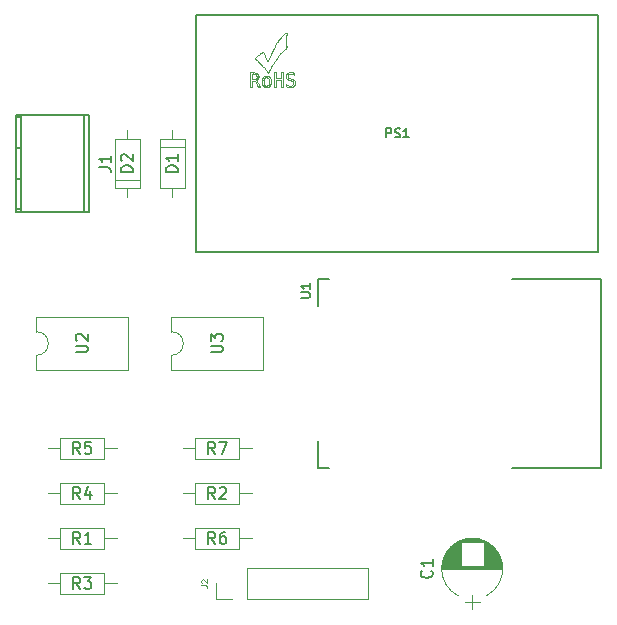
<source format=gbr>
G04 #@! TF.GenerationSoftware,KiCad,Pcbnew,(5.1.7-0-10_14)*
G04 #@! TF.CreationDate,2020-11-17T17:39:49+01:00*
G04 #@! TF.ProjectId,Pilot_Wire_v1,50696c6f-745f-4576-9972-655f76312e6b,1.0*
G04 #@! TF.SameCoordinates,Original*
G04 #@! TF.FileFunction,Legend,Top*
G04 #@! TF.FilePolarity,Positive*
%FSLAX46Y46*%
G04 Gerber Fmt 4.6, Leading zero omitted, Abs format (unit mm)*
G04 Created by KiCad (PCBNEW (5.1.7-0-10_14)) date 2020-11-17 17:39:49*
%MOMM*%
%LPD*%
G01*
G04 APERTURE LIST*
%ADD10C,0.073660*%
%ADD11C,0.120000*%
%ADD12C,0.152400*%
%ADD13C,0.130000*%
%ADD14C,0.127000*%
%ADD15C,0.150000*%
%ADD16C,0.100000*%
G04 APERTURE END LIST*
D10*
X137589260Y-31630620D02*
X137548620Y-31579820D01*
X137548620Y-31579820D02*
X137487660Y-31480760D01*
X137487660Y-31480760D02*
X137429240Y-31399480D01*
X137429240Y-31399480D02*
X137388600Y-31341060D01*
X137388600Y-31341060D02*
X137358120Y-31310580D01*
X137358120Y-31310580D02*
X137299700Y-31219140D01*
X137299700Y-31219140D02*
X137269220Y-31201360D01*
X137269220Y-31201360D02*
X137248900Y-31170880D01*
X137248900Y-31170880D02*
X137167620Y-31089600D01*
X137167620Y-31089600D02*
X137160000Y-31069280D01*
X137160000Y-31069280D02*
X137139680Y-31059120D01*
X137139680Y-31059120D02*
X137129520Y-31041340D01*
X137129520Y-31041340D02*
X137109200Y-31021020D01*
X137109200Y-31021020D02*
X137088880Y-31010860D01*
X137088880Y-31010860D02*
X137048240Y-30970220D01*
X137048240Y-30970220D02*
X137017760Y-30949900D01*
X137017760Y-30949900D02*
X136999980Y-30929580D01*
X136999980Y-30929580D02*
X136979660Y-30899100D01*
X136979660Y-30899100D02*
X136949180Y-30881320D01*
X136949180Y-30881320D02*
X136908540Y-30840680D01*
X136908540Y-30840680D02*
X136878060Y-30820360D01*
X136878060Y-30820360D02*
X136839960Y-30779720D01*
X136839960Y-30779720D02*
X136789160Y-30739080D01*
X136789160Y-30739080D02*
X136679940Y-30629860D01*
X136679940Y-30629860D02*
X136649460Y-30609540D01*
X136649460Y-30609540D02*
X136598660Y-30561280D01*
X136598660Y-30561280D02*
X136578340Y-30551120D01*
X136578340Y-30551120D02*
X136547860Y-30520640D01*
X136547860Y-30520640D02*
X136537700Y-30500320D01*
X136537700Y-30500320D02*
X136527540Y-30500320D01*
X136527540Y-30500320D02*
X136519920Y-30490160D01*
X136519920Y-30490160D02*
X136519920Y-30480000D01*
X136519920Y-30480000D02*
X136509760Y-30480000D01*
X136509760Y-30480000D02*
X136509760Y-30469840D01*
X136509760Y-30469840D02*
X136519920Y-30469840D01*
X136519920Y-30469840D02*
X136519920Y-30459680D01*
X136519920Y-30459680D02*
X136618980Y-30360620D01*
X136618980Y-30360620D02*
X136649460Y-30340300D01*
X136649460Y-30340300D02*
X136679940Y-30309820D01*
X136679940Y-30309820D02*
X136718040Y-30279340D01*
X136718040Y-30279340D02*
X136748520Y-30251400D01*
X136748520Y-30251400D02*
X136829800Y-30190440D01*
X136829800Y-30190440D02*
X136878060Y-30149800D01*
X136878060Y-30149800D02*
X136959340Y-30091380D01*
X136959340Y-30091380D02*
X136989820Y-30060900D01*
X136989820Y-30060900D02*
X137017760Y-30040580D01*
X137017760Y-30040580D02*
X137038080Y-30020260D01*
X137038080Y-30020260D02*
X137068560Y-29999940D01*
X137068560Y-29999940D02*
X137109200Y-29979620D01*
X137109200Y-29979620D02*
X137119360Y-29969460D01*
X137119360Y-29969460D02*
X137139680Y-29959300D01*
X137139680Y-29959300D02*
X137149840Y-29949140D01*
X137149840Y-29949140D02*
X137160000Y-29949140D01*
X137160000Y-29949140D02*
X137167620Y-29941520D01*
X137167620Y-29941520D02*
X137187940Y-29941520D01*
X137187940Y-29941520D02*
X137198100Y-29931360D01*
X137198100Y-29931360D02*
X137238740Y-29931360D01*
X137238740Y-29931360D02*
X137279380Y-30040580D01*
X137279380Y-30040580D02*
X137317480Y-30119320D01*
X137317480Y-30119320D02*
X137358120Y-30220920D01*
X137358120Y-30220920D02*
X137378440Y-30259020D01*
X137378440Y-30259020D02*
X137398760Y-30309820D01*
X137398760Y-30309820D02*
X137419080Y-30350460D01*
X137419080Y-30350460D02*
X137439400Y-30401260D01*
X137439400Y-30401260D02*
X137459720Y-30439360D01*
X137459720Y-30439360D02*
X137477500Y-30469840D01*
X137477500Y-30469840D02*
X137497820Y-30510480D01*
X137497820Y-30510480D02*
X137518140Y-30571440D01*
X137518140Y-30571440D02*
X137528300Y-30589220D01*
X137528300Y-30589220D02*
X137548620Y-30609540D01*
X137548620Y-30609540D02*
X137548620Y-30619700D01*
X137548620Y-30619700D02*
X137558780Y-30629860D01*
X137558780Y-30629860D02*
X137558780Y-30640020D01*
X137558780Y-30640020D02*
X137568940Y-30640020D01*
X137568940Y-30640020D02*
X137568940Y-30650180D01*
X137568940Y-30650180D02*
X137579100Y-30650180D01*
X137579100Y-30650180D02*
X137589260Y-30660340D01*
X137589260Y-30660340D02*
X137637520Y-30660340D01*
X137637520Y-30660340D02*
X137637520Y-30650180D01*
X137637520Y-30650180D02*
X137657840Y-30629860D01*
X137657840Y-30629860D02*
X137698480Y-30551120D01*
X137698480Y-30551120D02*
X137718800Y-30520640D01*
X137718800Y-30520640D02*
X137728960Y-30490160D01*
X137728960Y-30490160D02*
X137749280Y-30449520D01*
X137749280Y-30449520D02*
X137769600Y-30419040D01*
X137769600Y-30419040D02*
X137789920Y-30380940D01*
X137789920Y-30380940D02*
X137797540Y-30340300D01*
X137797540Y-30340300D02*
X137899140Y-30139640D01*
X137899140Y-30139640D02*
X137939780Y-30040580D01*
X137939780Y-30040580D02*
X137967720Y-29989780D01*
X137967720Y-29989780D02*
X137988040Y-29941520D01*
X137988040Y-29941520D02*
X138018520Y-29880560D01*
X138018520Y-29880560D02*
X138049000Y-29829760D01*
X138049000Y-29829760D02*
X138079480Y-29771340D01*
X138079480Y-29771340D02*
X138099800Y-29720540D01*
X138099800Y-29720540D02*
X138127740Y-29669740D01*
X138127740Y-29669740D02*
X138158220Y-29611320D01*
X138158220Y-29611320D02*
X138178540Y-29560520D01*
X138178540Y-29560520D02*
X138209020Y-29519880D01*
X138209020Y-29519880D02*
X138229340Y-29469080D01*
X138229340Y-29469080D02*
X138259820Y-29430980D01*
X138259820Y-29430980D02*
X138277600Y-29380180D01*
X138277600Y-29380180D02*
X138430000Y-29131260D01*
X138430000Y-29131260D02*
X138457940Y-29090620D01*
X138457940Y-29090620D02*
X138518900Y-28989020D01*
X138518900Y-28989020D02*
X138607800Y-28869640D01*
X138607800Y-28869640D02*
X138628120Y-28829000D01*
X138628120Y-28829000D02*
X138658600Y-28801060D01*
X138658600Y-28801060D02*
X138699240Y-28740100D01*
X138699240Y-28740100D02*
X138729720Y-28709620D01*
X138729720Y-28709620D02*
X138757660Y-28671520D01*
X138757660Y-28671520D02*
X138907520Y-28519120D01*
X138907520Y-28519120D02*
X138948160Y-28491180D01*
X138948160Y-28491180D02*
X138978640Y-28450540D01*
X138978640Y-28450540D02*
X139019280Y-28420060D01*
X139019280Y-28420060D02*
X139077700Y-28359100D01*
X139077700Y-28359100D02*
X139138660Y-28321000D01*
X139138660Y-28321000D02*
X139148820Y-28310840D01*
X139148820Y-28310840D02*
X139169140Y-28310840D01*
X139169140Y-28310840D02*
X139169140Y-28321000D01*
X139169140Y-28321000D02*
X139148820Y-28321000D01*
X139148820Y-28321000D02*
X139148820Y-28331160D01*
X139148820Y-28331160D02*
X139138660Y-28331160D01*
X139138660Y-28331160D02*
X139128500Y-28341320D01*
X139128500Y-28341320D02*
X139118340Y-28341320D01*
X139118340Y-28341320D02*
X139148820Y-28310840D01*
X139148820Y-28310840D02*
X139179300Y-28300680D01*
X139179300Y-28300680D02*
X139199620Y-28310840D01*
X139199620Y-28310840D02*
X139209780Y-28331160D01*
X139209780Y-28331160D02*
X139219940Y-28359100D01*
X139219940Y-28359100D02*
X139219940Y-28470860D01*
X139219940Y-28470860D02*
X139209780Y-28539440D01*
X139209780Y-28539440D02*
X139209780Y-28630880D01*
X139209780Y-28630880D02*
X139199620Y-28709620D01*
X139199620Y-28709620D02*
X139189460Y-28811220D01*
X139189460Y-28811220D02*
X139189460Y-29141420D01*
X139189460Y-29141420D02*
X139209780Y-29380180D01*
X139209780Y-29380180D02*
X139209780Y-29410660D01*
X139209780Y-29410660D02*
X139219940Y-29451300D01*
X139219940Y-29451300D02*
X139219940Y-29519880D01*
X139219940Y-29519880D02*
X139209780Y-29540200D01*
X139209780Y-29540200D02*
X139209780Y-29570680D01*
X139209780Y-29570680D02*
X139199620Y-29591000D01*
X139199620Y-29591000D02*
X139179300Y-29611320D01*
X139179300Y-29611320D02*
X139179300Y-29621480D01*
X139179300Y-29621480D02*
X139158980Y-29629100D01*
X139158980Y-29629100D02*
X139138660Y-29649420D01*
X139138660Y-29649420D02*
X139118340Y-29659580D01*
X139118340Y-29659580D02*
X139077700Y-29700220D01*
X139077700Y-29700220D02*
X139029440Y-29740860D01*
X139029440Y-29740860D02*
X138948160Y-29819600D01*
X138948160Y-29819600D02*
X138907520Y-29850080D01*
X138907520Y-29850080D02*
X138838940Y-29921200D01*
X138838940Y-29921200D02*
X138808460Y-29959300D01*
X138808460Y-29959300D02*
X138767820Y-29989780D01*
X138767820Y-29989780D02*
X138739880Y-30030420D01*
X138739880Y-30030420D02*
X138709400Y-30060900D01*
X138709400Y-30060900D02*
X138648440Y-30139640D01*
X138648440Y-30139640D02*
X138607800Y-30180280D01*
X138607800Y-30180280D02*
X138579860Y-30231080D01*
X138579860Y-30231080D02*
X138539220Y-30279340D01*
X138539220Y-30279340D02*
X138478260Y-30360620D01*
X138478260Y-30360620D02*
X138419840Y-30449520D01*
X138419840Y-30449520D02*
X138297920Y-30609540D01*
X138297920Y-30609540D02*
X138249660Y-30690820D01*
X138249660Y-30690820D02*
X138198860Y-30759400D01*
X138198860Y-30759400D02*
X138148060Y-30840680D01*
X138148060Y-30840680D02*
X138049000Y-30980380D01*
X138049000Y-30980380D02*
X138008360Y-31059120D01*
X138008360Y-31059120D02*
X137929620Y-31201360D01*
X137929620Y-31201360D02*
X137888980Y-31280100D01*
X137888980Y-31280100D02*
X137848340Y-31351220D01*
X137848340Y-31351220D02*
X137769600Y-31511240D01*
X137769600Y-31511240D02*
X137759440Y-31521400D01*
X137759440Y-31521400D02*
X137759440Y-31539180D01*
X137759440Y-31539180D02*
X137749280Y-31549340D01*
X137749280Y-31549340D02*
X137739120Y-31569660D01*
X137739120Y-31569660D02*
X137728960Y-31579820D01*
X137728960Y-31579820D02*
X137728960Y-31600140D01*
X137728960Y-31600140D02*
X137708640Y-31620460D01*
X137708640Y-31620460D02*
X137708640Y-31630620D01*
X137708640Y-31630620D02*
X137698480Y-31640780D01*
X137698480Y-31640780D02*
X137698480Y-31650940D01*
X137698480Y-31650940D02*
X137688320Y-31661100D01*
X137688320Y-31661100D02*
X137688320Y-31671260D01*
X137688320Y-31671260D02*
X137678160Y-31681420D01*
X137678160Y-31681420D02*
X137678160Y-31689040D01*
X137678160Y-31689040D02*
X137668000Y-31689040D01*
X137668000Y-31689040D02*
X137668000Y-31699200D01*
X137668000Y-31699200D02*
X137637520Y-31699200D01*
X137637520Y-31699200D02*
X137599420Y-31661100D01*
X137599420Y-31661100D02*
X137599420Y-31650940D01*
X137599420Y-31650940D02*
X137589260Y-31630620D01*
X136377680Y-31671260D02*
X136329420Y-31671260D01*
X136329420Y-31671260D02*
X136098280Y-31661100D01*
X136098280Y-31661100D02*
X136098280Y-32890460D01*
X136098280Y-32890460D02*
X136268460Y-32890460D01*
X136268460Y-32890460D02*
X136268460Y-32369760D01*
X136268460Y-32369760D02*
X136458960Y-32369760D01*
X136458960Y-32369760D02*
X136479280Y-32379920D01*
X136479280Y-32379920D02*
X136499600Y-32379920D01*
X136499600Y-32379920D02*
X136519920Y-32390080D01*
X136519920Y-32390080D02*
X136527540Y-32390080D01*
X136527540Y-32390080D02*
X136547860Y-32400240D01*
X136547860Y-32400240D02*
X136618980Y-32471360D01*
X136618980Y-32471360D02*
X136618980Y-32481520D01*
X136618980Y-32481520D02*
X136639300Y-32499300D01*
X136639300Y-32499300D02*
X136639300Y-32509460D01*
X136639300Y-32509460D02*
X136649460Y-32529780D01*
X136649460Y-32529780D02*
X136659620Y-32539940D01*
X136659620Y-32539940D02*
X136659620Y-32560260D01*
X136659620Y-32560260D02*
X136669780Y-32570420D01*
X136669780Y-32570420D02*
X136707880Y-32649160D01*
X136707880Y-32649160D02*
X136718040Y-32659320D01*
X136718040Y-32659320D02*
X136738360Y-32699960D01*
X136738360Y-32699960D02*
X136829800Y-32890460D01*
X136829800Y-32890460D02*
X136999980Y-32890460D01*
X136999980Y-32890460D02*
X136908540Y-32730440D01*
X136908540Y-32730440D02*
X136878060Y-32669480D01*
X136878060Y-32669480D02*
X136839960Y-32570420D01*
X136839960Y-32570420D02*
X136819640Y-32529780D01*
X136819640Y-32529780D02*
X136758680Y-32440880D01*
X136758680Y-32440880D02*
X136738360Y-32400240D01*
X136738360Y-32400240D02*
X136718040Y-32390080D01*
X136718040Y-32390080D02*
X136707880Y-32369760D01*
X136707880Y-32369760D02*
X136687560Y-32349440D01*
X136687560Y-32349440D02*
X136679940Y-32349440D01*
X136679940Y-32349440D02*
X136659620Y-32339280D01*
X136659620Y-32339280D02*
X136649460Y-32329120D01*
X136649460Y-32329120D02*
X136608820Y-32311340D01*
X136608820Y-32311340D02*
X136649460Y-32301180D01*
X136649460Y-32301180D02*
X136669780Y-32291020D01*
X136669780Y-32291020D02*
X136697720Y-32280860D01*
X136697720Y-32280860D02*
X136738360Y-32260540D01*
X136738360Y-32260540D02*
X136758680Y-32240220D01*
X136758680Y-32240220D02*
X136779000Y-32230060D01*
X136779000Y-32230060D02*
X136799320Y-32209740D01*
X136799320Y-32209740D02*
X136809480Y-32189420D01*
X136809480Y-32189420D02*
X136829800Y-32169100D01*
X136829800Y-32169100D02*
X136839960Y-32141160D01*
X136839960Y-32141160D02*
X136839960Y-32120840D01*
X136839960Y-32120840D02*
X136847580Y-32090360D01*
X136847580Y-32090360D02*
X136847580Y-32070040D01*
X136847580Y-32070040D02*
X136857740Y-32039560D01*
X136857740Y-32039560D02*
X136857740Y-31981140D01*
X136857740Y-31981140D02*
X136679940Y-31981140D01*
X136679940Y-31981140D02*
X136679940Y-32009080D01*
X136679940Y-32009080D02*
X136687560Y-32019240D01*
X136687560Y-32019240D02*
X136687560Y-32059880D01*
X136687560Y-32059880D02*
X136679940Y-32070040D01*
X136679940Y-32070040D02*
X136679940Y-32120840D01*
X136679940Y-32120840D02*
X136669780Y-32131000D01*
X136669780Y-32131000D02*
X136669780Y-32141160D01*
X136669780Y-32141160D02*
X136649460Y-32161480D01*
X136649460Y-32161480D02*
X136649460Y-32169100D01*
X136649460Y-32169100D02*
X136639300Y-32179260D01*
X136639300Y-32179260D02*
X136629140Y-32179260D01*
X136629140Y-32179260D02*
X136618980Y-32189420D01*
X136618980Y-32189420D02*
X136618980Y-32199580D01*
X136618980Y-32199580D02*
X136608820Y-32199580D01*
X136608820Y-32199580D02*
X136598660Y-32209740D01*
X136598660Y-32209740D02*
X136588500Y-32209740D01*
X136588500Y-32209740D02*
X136578340Y-32219900D01*
X136578340Y-32219900D02*
X136558020Y-32219900D01*
X136558020Y-32219900D02*
X136547860Y-32230060D01*
X136547860Y-32230060D02*
X136509760Y-32230060D01*
X136509760Y-32230060D02*
X136499600Y-32240220D01*
X136499600Y-32240220D02*
X136268460Y-32240220D01*
X136268460Y-32240220D02*
X136268460Y-31800800D01*
X136268460Y-31800800D02*
X136377680Y-31800800D01*
X136377680Y-31800800D02*
X136377680Y-31671260D01*
X136377680Y-31671260D02*
X136377680Y-31800800D01*
X136377680Y-31800800D02*
X136519920Y-31800800D01*
X136519920Y-31800800D02*
X136527540Y-31810960D01*
X136527540Y-31810960D02*
X136547860Y-31810960D01*
X136547860Y-31810960D02*
X136558020Y-31821120D01*
X136558020Y-31821120D02*
X136578340Y-31821120D01*
X136578340Y-31821120D02*
X136598660Y-31841440D01*
X136598660Y-31841440D02*
X136608820Y-31841440D01*
X136608820Y-31841440D02*
X136649460Y-31879540D01*
X136649460Y-31879540D02*
X136649460Y-31889700D01*
X136649460Y-31889700D02*
X136659620Y-31899860D01*
X136659620Y-31899860D02*
X136669780Y-31899860D01*
X136669780Y-31899860D02*
X136669780Y-31940500D01*
X136669780Y-31940500D02*
X136679940Y-31950660D01*
X136679940Y-31950660D02*
X136679940Y-31981140D01*
X136679940Y-31981140D02*
X136857740Y-31981140D01*
X136857740Y-31981140D02*
X136857740Y-31960820D01*
X136857740Y-31960820D02*
X136847580Y-31940500D01*
X136847580Y-31940500D02*
X136847580Y-31920180D01*
X136847580Y-31920180D02*
X136839960Y-31899860D01*
X136839960Y-31899860D02*
X136839960Y-31879540D01*
X136839960Y-31879540D02*
X136829800Y-31859220D01*
X136829800Y-31859220D02*
X136819640Y-31849060D01*
X136819640Y-31849060D02*
X136799320Y-31810960D01*
X136799320Y-31810960D02*
X136789160Y-31800800D01*
X136789160Y-31800800D02*
X136779000Y-31780480D01*
X136779000Y-31780480D02*
X136758680Y-31770320D01*
X136758680Y-31770320D02*
X136718040Y-31729680D01*
X136718040Y-31729680D02*
X136697720Y-31719520D01*
X136697720Y-31719520D02*
X136687560Y-31709360D01*
X136687560Y-31709360D02*
X136669780Y-31709360D01*
X136669780Y-31709360D02*
X136659620Y-31699200D01*
X136659620Y-31699200D02*
X136649460Y-31699200D01*
X136649460Y-31699200D02*
X136629140Y-31689040D01*
X136629140Y-31689040D02*
X136598660Y-31689040D01*
X136598660Y-31689040D02*
X136588500Y-31681420D01*
X136588500Y-31681420D02*
X136519920Y-31681420D01*
X136519920Y-31681420D02*
X136489440Y-31671260D01*
X136489440Y-31671260D02*
X136377680Y-31671260D01*
X137129520Y-32311340D02*
X137129520Y-32349440D01*
X137129520Y-32349440D02*
X137119360Y-32359600D01*
X137119360Y-32359600D02*
X137119360Y-32499300D01*
X137119360Y-32499300D02*
X137129520Y-32529780D01*
X137129520Y-32529780D02*
X137129520Y-32580580D01*
X137129520Y-32580580D02*
X137139680Y-32611060D01*
X137139680Y-32611060D02*
X137139680Y-32631380D01*
X137139680Y-32631380D02*
X137149840Y-32649160D01*
X137149840Y-32649160D02*
X137149840Y-32669480D01*
X137149840Y-32669480D02*
X137167620Y-32710120D01*
X137167620Y-32710120D02*
X137177780Y-32720280D01*
X137177780Y-32720280D02*
X137198100Y-32760920D01*
X137198100Y-32760920D02*
X137208260Y-32771080D01*
X137208260Y-32771080D02*
X137218420Y-32791400D01*
X137218420Y-32791400D02*
X137269220Y-32839660D01*
X137269220Y-32839660D02*
X137279380Y-32839660D01*
X137279380Y-32839660D02*
X137279380Y-32849820D01*
X137279380Y-32849820D02*
X137289540Y-32849820D01*
X137289540Y-32849820D02*
X137299700Y-32859980D01*
X137299700Y-32859980D02*
X137309860Y-32859980D01*
X137309860Y-32859980D02*
X137317480Y-32870140D01*
X137317480Y-32870140D02*
X137327640Y-32870140D01*
X137327640Y-32870140D02*
X137327640Y-32880300D01*
X137327640Y-32880300D02*
X137337800Y-32880300D01*
X137337800Y-32880300D02*
X137347960Y-32890460D01*
X137347960Y-32890460D02*
X137378440Y-32890460D01*
X137378440Y-32890460D02*
X137388600Y-32900620D01*
X137388600Y-32900620D02*
X137419080Y-32900620D01*
X137419080Y-32900620D02*
X137439400Y-32910780D01*
X137439400Y-32910780D02*
X137568940Y-32910780D01*
X137568940Y-32910780D02*
X137589260Y-32900620D01*
X137589260Y-32900620D02*
X137619740Y-32900620D01*
X137619740Y-32900620D02*
X137637520Y-32890460D01*
X137637520Y-32890460D02*
X137668000Y-32890460D01*
X137668000Y-32890460D02*
X137698480Y-32870140D01*
X137698480Y-32870140D02*
X137739120Y-32849820D01*
X137739120Y-32849820D02*
X137759440Y-32829500D01*
X137759440Y-32829500D02*
X137779760Y-32819340D01*
X137779760Y-32819340D02*
X137797540Y-32799020D01*
X137797540Y-32799020D02*
X137807700Y-32781240D01*
X137807700Y-32781240D02*
X137828020Y-32760920D01*
X137828020Y-32760920D02*
X137838180Y-32730440D01*
X137838180Y-32730440D02*
X137848340Y-32710120D01*
X137848340Y-32710120D02*
X137899140Y-32560260D01*
X137899140Y-32560260D02*
X137899140Y-32471360D01*
X137899140Y-32471360D02*
X137909300Y-32451040D01*
X137909300Y-32451040D02*
X137909300Y-32420560D01*
X137909300Y-32420560D02*
X137899140Y-32400240D01*
X137899140Y-32400240D02*
X137899140Y-32321500D01*
X137899140Y-32321500D02*
X137888980Y-32291020D01*
X137888980Y-32291020D02*
X137888980Y-32270700D01*
X137888980Y-32270700D02*
X137878820Y-32250380D01*
X137878820Y-32250380D02*
X137878820Y-32219900D01*
X137878820Y-32219900D02*
X137858500Y-32179260D01*
X137858500Y-32179260D02*
X137858500Y-32161480D01*
X137858500Y-32161480D02*
X137848340Y-32141160D01*
X137848340Y-32141160D02*
X137828020Y-32120840D01*
X137828020Y-32120840D02*
X137828020Y-32110680D01*
X137828020Y-32110680D02*
X137807700Y-32090360D01*
X137807700Y-32090360D02*
X137807700Y-32080200D01*
X137807700Y-32080200D02*
X137759440Y-32029400D01*
X137759440Y-32029400D02*
X137749280Y-32029400D01*
X137749280Y-32029400D02*
X137728960Y-32009080D01*
X137728960Y-32009080D02*
X137718800Y-32009080D01*
X137718800Y-32009080D02*
X137718800Y-32001460D01*
X137718800Y-32001460D02*
X137708640Y-31991300D01*
X137708640Y-31991300D02*
X137688320Y-31991300D01*
X137688320Y-31991300D02*
X137678160Y-31981140D01*
X137678160Y-31981140D02*
X137657840Y-31981140D01*
X137657840Y-31981140D02*
X137647680Y-31970980D01*
X137647680Y-31970980D02*
X137619740Y-31970980D01*
X137619740Y-31970980D02*
X137609580Y-31960820D01*
X137609580Y-31960820D02*
X137548620Y-31960820D01*
X137548620Y-31960820D02*
X137548620Y-32080200D01*
X137548620Y-32080200D02*
X137568940Y-32080200D01*
X137568940Y-32080200D02*
X137579100Y-32090360D01*
X137579100Y-32090360D02*
X137599420Y-32090360D01*
X137599420Y-32090360D02*
X137609580Y-32100520D01*
X137609580Y-32100520D02*
X137629900Y-32110680D01*
X137629900Y-32110680D02*
X137637520Y-32110680D01*
X137637520Y-32110680D02*
X137668000Y-32141160D01*
X137668000Y-32141160D02*
X137678160Y-32161480D01*
X137678160Y-32161480D02*
X137688320Y-32169100D01*
X137688320Y-32169100D02*
X137698480Y-32189420D01*
X137698480Y-32189420D02*
X137708640Y-32199580D01*
X137708640Y-32199580D02*
X137728960Y-32240220D01*
X137728960Y-32240220D02*
X137728960Y-32260540D01*
X137728960Y-32260540D02*
X137739120Y-32270700D01*
X137739120Y-32270700D02*
X137739120Y-32311340D01*
X137739120Y-32311340D02*
X137749280Y-32329120D01*
X137749280Y-32329120D02*
X137749280Y-32509460D01*
X137749280Y-32509460D02*
X137739120Y-32539940D01*
X137739120Y-32539940D02*
X137739120Y-32580580D01*
X137739120Y-32580580D02*
X137728960Y-32600900D01*
X137728960Y-32600900D02*
X137728960Y-32621220D01*
X137728960Y-32621220D02*
X137718800Y-32631380D01*
X137718800Y-32631380D02*
X137718800Y-32649160D01*
X137718800Y-32649160D02*
X137708640Y-32659320D01*
X137708640Y-32659320D02*
X137708640Y-32669480D01*
X137708640Y-32669480D02*
X137698480Y-32679640D01*
X137698480Y-32679640D02*
X137698480Y-32689800D01*
X137698480Y-32689800D02*
X137678160Y-32710120D01*
X137678160Y-32710120D02*
X137678160Y-32720280D01*
X137678160Y-32720280D02*
X137657840Y-32740600D01*
X137657840Y-32740600D02*
X137647680Y-32740600D01*
X137647680Y-32740600D02*
X137637520Y-32750760D01*
X137637520Y-32750760D02*
X137637520Y-32760920D01*
X137637520Y-32760920D02*
X137629900Y-32760920D01*
X137629900Y-32760920D02*
X137619740Y-32771080D01*
X137619740Y-32771080D02*
X137599420Y-32771080D01*
X137599420Y-32771080D02*
X137589260Y-32781240D01*
X137589260Y-32781240D02*
X137558780Y-32781240D01*
X137558780Y-32781240D02*
X137548620Y-32791400D01*
X137548620Y-32791400D02*
X137459720Y-32791400D01*
X137459720Y-32791400D02*
X137449560Y-32781240D01*
X137449560Y-32781240D02*
X137439400Y-32781240D01*
X137439400Y-32781240D02*
X137429240Y-32771080D01*
X137429240Y-32771080D02*
X137419080Y-32771080D01*
X137419080Y-32771080D02*
X137398760Y-32760920D01*
X137398760Y-32760920D02*
X137388600Y-32760920D01*
X137388600Y-32760920D02*
X137388600Y-32750760D01*
X137388600Y-32750760D02*
X137378440Y-32740600D01*
X137378440Y-32740600D02*
X137368280Y-32740600D01*
X137368280Y-32740600D02*
X137337800Y-32710120D01*
X137337800Y-32710120D02*
X137337800Y-32699960D01*
X137337800Y-32699960D02*
X137317480Y-32679640D01*
X137317480Y-32679640D02*
X137317480Y-32669480D01*
X137317480Y-32669480D02*
X137309860Y-32659320D01*
X137309860Y-32659320D02*
X137299700Y-32639000D01*
X137299700Y-32639000D02*
X137299700Y-32621220D01*
X137299700Y-32621220D02*
X137289540Y-32600900D01*
X137289540Y-32600900D02*
X137289540Y-32580580D01*
X137289540Y-32580580D02*
X137279380Y-32560260D01*
X137279380Y-32560260D02*
X137279380Y-32329120D01*
X137279380Y-32329120D02*
X137289540Y-32311340D01*
X137289540Y-32311340D02*
X137129520Y-32311340D01*
X137129520Y-32311340D02*
X137289540Y-32311340D01*
X137289540Y-32311340D02*
X137289540Y-32260540D01*
X137289540Y-32260540D02*
X137299700Y-32250380D01*
X137299700Y-32250380D02*
X137299700Y-32230060D01*
X137299700Y-32230060D02*
X137309860Y-32219900D01*
X137309860Y-32219900D02*
X137309860Y-32199580D01*
X137309860Y-32199580D02*
X137317480Y-32189420D01*
X137317480Y-32189420D02*
X137317480Y-32179260D01*
X137317480Y-32179260D02*
X137327640Y-32169100D01*
X137327640Y-32169100D02*
X137337800Y-32151320D01*
X137337800Y-32151320D02*
X137378440Y-32110680D01*
X137378440Y-32110680D02*
X137388600Y-32110680D01*
X137388600Y-32110680D02*
X137408920Y-32090360D01*
X137408920Y-32090360D02*
X137439400Y-32090360D01*
X137439400Y-32090360D02*
X137449560Y-32080200D01*
X137449560Y-32080200D02*
X137548620Y-32080200D01*
X137548620Y-32080200D02*
X137548620Y-31960820D01*
X137548620Y-31960820D02*
X137439400Y-31960820D01*
X137439400Y-31960820D02*
X137419080Y-31970980D01*
X137419080Y-31970980D02*
X137378440Y-31970980D01*
X137378440Y-31970980D02*
X137368280Y-31981140D01*
X137368280Y-31981140D02*
X137347960Y-31981140D01*
X137347960Y-31981140D02*
X137327640Y-31991300D01*
X137327640Y-31991300D02*
X137317480Y-32001460D01*
X137317480Y-32001460D02*
X137299700Y-32009080D01*
X137299700Y-32009080D02*
X137289540Y-32009080D01*
X137289540Y-32009080D02*
X137248900Y-32049720D01*
X137248900Y-32049720D02*
X137228580Y-32059880D01*
X137228580Y-32059880D02*
X137218420Y-32080200D01*
X137218420Y-32080200D02*
X137208260Y-32090360D01*
X137208260Y-32090360D02*
X137198100Y-32110680D01*
X137198100Y-32110680D02*
X137187940Y-32120840D01*
X137187940Y-32120840D02*
X137160000Y-32179260D01*
X137160000Y-32179260D02*
X137160000Y-32199580D01*
X137160000Y-32199580D02*
X137139680Y-32240220D01*
X137139680Y-32240220D02*
X137139680Y-32260540D01*
X137139680Y-32260540D02*
X137129520Y-32291020D01*
X137129520Y-32291020D02*
X137129520Y-32311340D01*
X138137900Y-32890460D02*
X138137900Y-31671260D01*
X138137900Y-31671260D02*
X138297920Y-31671260D01*
X138297920Y-31671260D02*
X138297920Y-32169100D01*
X138297920Y-32169100D02*
X138767820Y-32169100D01*
X138767820Y-32169100D02*
X138767820Y-31671260D01*
X138767820Y-31671260D02*
X138927840Y-31671260D01*
X138927840Y-31671260D02*
X138927840Y-32890460D01*
X138927840Y-32890460D02*
X138767820Y-32890460D01*
X138767820Y-32890460D02*
X138767820Y-32301180D01*
X138767820Y-32301180D02*
X138297920Y-32301180D01*
X138297920Y-32301180D02*
X138297920Y-32890460D01*
X138297920Y-32890460D02*
X138137900Y-32890460D01*
X139418060Y-32900620D02*
X139359640Y-32900620D01*
X139359640Y-32900620D02*
X139359640Y-32890460D01*
X139359640Y-32890460D02*
X139319000Y-32890460D01*
X139319000Y-32890460D02*
X139308840Y-32880300D01*
X139308840Y-32880300D02*
X139288520Y-32880300D01*
X139288520Y-32880300D02*
X139278360Y-32870140D01*
X139278360Y-32870140D02*
X139247880Y-32870140D01*
X139247880Y-32870140D02*
X139247880Y-32859980D01*
X139247880Y-32859980D02*
X139179300Y-32839660D01*
X139179300Y-32839660D02*
X139179300Y-32669480D01*
X139179300Y-32669480D02*
X139268200Y-32720280D01*
X139268200Y-32720280D02*
X139308840Y-32740600D01*
X139308840Y-32740600D02*
X139468860Y-32781240D01*
X139468860Y-32781240D02*
X139509500Y-32781240D01*
X139509500Y-32781240D02*
X139539980Y-32791400D01*
X139539980Y-32791400D02*
X139578080Y-32781240D01*
X139578080Y-32781240D02*
X139608560Y-32781240D01*
X139608560Y-32781240D02*
X139700000Y-32750760D01*
X139700000Y-32750760D02*
X139778740Y-32669480D01*
X139778740Y-32669480D02*
X139778740Y-32649160D01*
X139778740Y-32649160D02*
X139788900Y-32639000D01*
X139788900Y-32639000D02*
X139788900Y-32611060D01*
X139788900Y-32611060D02*
X139799060Y-32590740D01*
X139799060Y-32590740D02*
X139799060Y-32529780D01*
X139799060Y-32529780D02*
X139788900Y-32509460D01*
X139788900Y-32509460D02*
X139788900Y-32499300D01*
X139788900Y-32499300D02*
X139778740Y-32481520D01*
X139778740Y-32481520D02*
X139778740Y-32471360D01*
X139778740Y-32471360D02*
X139758420Y-32451040D01*
X139758420Y-32451040D02*
X139758420Y-32430720D01*
X139758420Y-32430720D02*
X139748260Y-32430720D01*
X139748260Y-32430720D02*
X139727940Y-32410400D01*
X139727940Y-32410400D02*
X139717780Y-32410400D01*
X139717780Y-32410400D02*
X139700000Y-32390080D01*
X139700000Y-32390080D02*
X139689840Y-32390080D01*
X139689840Y-32390080D02*
X139679680Y-32379920D01*
X139679680Y-32379920D02*
X139669520Y-32379920D01*
X139669520Y-32379920D02*
X139649200Y-32369760D01*
X139649200Y-32369760D02*
X139639040Y-32369760D01*
X139639040Y-32369760D02*
X139598400Y-32349440D01*
X139598400Y-32349440D02*
X139578080Y-32349440D01*
X139578080Y-32349440D02*
X139547600Y-32339280D01*
X139547600Y-32339280D02*
X139529820Y-32339280D01*
X139529820Y-32339280D02*
X139499340Y-32329120D01*
X139499340Y-32329120D02*
X139479020Y-32321500D01*
X139479020Y-32321500D02*
X139458700Y-32321500D01*
X139458700Y-32321500D02*
X139438380Y-32311340D01*
X139438380Y-32311340D02*
X139407900Y-32301180D01*
X139407900Y-32301180D02*
X139387580Y-32301180D01*
X139387580Y-32301180D02*
X139379960Y-32291020D01*
X139379960Y-32291020D02*
X139359640Y-32280860D01*
X139359640Y-32280860D02*
X139339320Y-32280860D01*
X139339320Y-32280860D02*
X139329160Y-32270700D01*
X139329160Y-32270700D02*
X139308840Y-32260540D01*
X139308840Y-32260540D02*
X139298680Y-32250380D01*
X139298680Y-32250380D02*
X139288520Y-32250380D01*
X139288520Y-32250380D02*
X139278360Y-32240220D01*
X139278360Y-32240220D02*
X139258040Y-32230060D01*
X139258040Y-32230060D02*
X139258040Y-32219900D01*
X139258040Y-32219900D02*
X139227560Y-32199580D01*
X139227560Y-32199580D02*
X139209780Y-32179260D01*
X139209780Y-32179260D02*
X139169140Y-32059880D01*
X139169140Y-32059880D02*
X139169140Y-32029400D01*
X139169140Y-32029400D02*
X139158980Y-31991300D01*
X139158980Y-31991300D02*
X139169140Y-31960820D01*
X139169140Y-31960820D02*
X139169140Y-31930340D01*
X139169140Y-31930340D02*
X139179300Y-31899860D01*
X139179300Y-31899860D02*
X139189460Y-31859220D01*
X139189460Y-31859220D02*
X139209780Y-31831280D01*
X139209780Y-31831280D02*
X139219940Y-31810960D01*
X139219940Y-31810960D02*
X139237720Y-31780480D01*
X139237720Y-31780480D02*
X139278360Y-31739840D01*
X139278360Y-31739840D02*
X139298680Y-31729680D01*
X139298680Y-31729680D02*
X139329160Y-31699200D01*
X139329160Y-31699200D02*
X139349480Y-31689040D01*
X139349480Y-31689040D02*
X139359640Y-31689040D01*
X139359640Y-31689040D02*
X139397740Y-31671260D01*
X139397740Y-31671260D02*
X139407900Y-31671260D01*
X139407900Y-31671260D02*
X139428220Y-31661100D01*
X139428220Y-31661100D02*
X139448540Y-31661100D01*
X139448540Y-31661100D02*
X139468860Y-31650940D01*
X139468860Y-31650940D02*
X139669520Y-31650940D01*
X139669520Y-31650940D02*
X139679680Y-31661100D01*
X139679680Y-31661100D02*
X139727940Y-31661100D01*
X139727940Y-31661100D02*
X139748260Y-31671260D01*
X139748260Y-31671260D02*
X139758420Y-31671260D01*
X139758420Y-31671260D02*
X139778740Y-31681420D01*
X139778740Y-31681420D02*
X139799060Y-31681420D01*
X139799060Y-31681420D02*
X139809220Y-31689040D01*
X139809220Y-31689040D02*
X139829540Y-31689040D01*
X139829540Y-31689040D02*
X139877800Y-31709360D01*
X139877800Y-31709360D02*
X139877800Y-31859220D01*
X139877800Y-31859220D02*
X139857480Y-31859220D01*
X139857480Y-31859220D02*
X139857480Y-31849060D01*
X139857480Y-31849060D02*
X139839700Y-31849060D01*
X139839700Y-31849060D02*
X139839700Y-31841440D01*
X139839700Y-31841440D02*
X139819380Y-31841440D01*
X139819380Y-31841440D02*
X139809220Y-31831280D01*
X139809220Y-31831280D02*
X139768580Y-31810960D01*
X139768580Y-31810960D02*
X139649200Y-31780480D01*
X139649200Y-31780480D02*
X139618720Y-31780480D01*
X139618720Y-31780480D02*
X139578080Y-31770320D01*
X139578080Y-31770320D02*
X139539980Y-31780480D01*
X139539980Y-31780480D02*
X139509500Y-31780480D01*
X139509500Y-31780480D02*
X139468860Y-31790640D01*
X139468860Y-31790640D02*
X139438380Y-31800800D01*
X139438380Y-31800800D02*
X139418060Y-31810960D01*
X139418060Y-31810960D02*
X139387580Y-31831280D01*
X139387580Y-31831280D02*
X139369800Y-31841440D01*
X139369800Y-31841440D02*
X139349480Y-31869380D01*
X139349480Y-31869380D02*
X139339320Y-31889700D01*
X139339320Y-31889700D02*
X139329160Y-31920180D01*
X139329160Y-31920180D02*
X139329160Y-31930340D01*
X139329160Y-31930340D02*
X139319000Y-31940500D01*
X139319000Y-31940500D02*
X139319000Y-32029400D01*
X139319000Y-32029400D02*
X139329160Y-32039560D01*
X139329160Y-32039560D02*
X139329160Y-32059880D01*
X139329160Y-32059880D02*
X139339320Y-32070040D01*
X139339320Y-32070040D02*
X139339320Y-32080200D01*
X139339320Y-32080200D02*
X139379960Y-32120840D01*
X139379960Y-32120840D02*
X139397740Y-32131000D01*
X139397740Y-32131000D02*
X139407900Y-32131000D01*
X139407900Y-32131000D02*
X139418060Y-32141160D01*
X139418060Y-32141160D02*
X139438380Y-32151320D01*
X139438380Y-32151320D02*
X139448540Y-32151320D01*
X139448540Y-32151320D02*
X139489180Y-32169100D01*
X139489180Y-32169100D02*
X139509500Y-32169100D01*
X139509500Y-32169100D02*
X139529820Y-32179260D01*
X139529820Y-32179260D02*
X139547600Y-32179260D01*
X139547600Y-32179260D02*
X139567920Y-32189420D01*
X139567920Y-32189420D02*
X139649200Y-32209740D01*
X139649200Y-32209740D02*
X139738100Y-32240220D01*
X139738100Y-32240220D02*
X139778740Y-32260540D01*
X139778740Y-32260540D02*
X139809220Y-32270700D01*
X139809220Y-32270700D02*
X139839700Y-32301180D01*
X139839700Y-32301180D02*
X139857480Y-32311340D01*
X139857480Y-32311340D02*
X139867640Y-32329120D01*
X139867640Y-32329120D02*
X139887960Y-32339280D01*
X139887960Y-32339280D02*
X139918440Y-32400240D01*
X139918440Y-32400240D02*
X139928600Y-32410400D01*
X139928600Y-32410400D02*
X139928600Y-32430720D01*
X139928600Y-32430720D02*
X139938760Y-32440880D01*
X139938760Y-32440880D02*
X139938760Y-32679640D01*
X139938760Y-32679640D02*
X139928600Y-32689800D01*
X139928600Y-32689800D02*
X139928600Y-32699960D01*
X139928600Y-32699960D02*
X139918440Y-32710120D01*
X139918440Y-32710120D02*
X139918440Y-32720280D01*
X139918440Y-32720280D02*
X139908280Y-32740600D01*
X139908280Y-32740600D02*
X139898120Y-32750760D01*
X139898120Y-32750760D02*
X139887960Y-32771080D01*
X139887960Y-32771080D02*
X139839700Y-32819340D01*
X139839700Y-32819340D02*
X139819380Y-32829500D01*
X139819380Y-32829500D02*
X139809220Y-32849820D01*
X139809220Y-32849820D02*
X139788900Y-32859980D01*
X139788900Y-32859980D02*
X139768580Y-32859980D01*
X139768580Y-32859980D02*
X139758420Y-32870140D01*
X139758420Y-32870140D02*
X139717780Y-32890460D01*
X139717780Y-32890460D02*
X139700000Y-32890460D01*
X139700000Y-32890460D02*
X139679680Y-32900620D01*
X139679680Y-32900620D02*
X139628880Y-32900620D01*
X139628880Y-32900620D02*
X139608560Y-32910780D01*
X139608560Y-32910780D02*
X139438380Y-32910780D01*
X139438380Y-32910780D02*
X139418060Y-32900620D01*
D11*
X135210000Y-68170000D02*
X135210000Y-66450000D01*
X135210000Y-66450000D02*
X131490000Y-66450000D01*
X131490000Y-66450000D02*
X131490000Y-68170000D01*
X131490000Y-68170000D02*
X135210000Y-68170000D01*
X136280000Y-67310000D02*
X135210000Y-67310000D01*
X130420000Y-67310000D02*
X131490000Y-67310000D01*
X129480000Y-55610000D02*
X129480000Y-56860000D01*
X129480000Y-56860000D02*
X137220000Y-56860000D01*
X137220000Y-56860000D02*
X137220000Y-52360000D01*
X137220000Y-52360000D02*
X129480000Y-52360000D01*
X129480000Y-52360000D02*
X129480000Y-53610000D01*
X129480000Y-53610000D02*
G75*
G02*
X129480000Y-55610000I0J-1000000D01*
G01*
X118050000Y-55610000D02*
X118050000Y-56860000D01*
X118050000Y-56860000D02*
X125790000Y-56860000D01*
X125790000Y-56860000D02*
X125790000Y-52360000D01*
X125790000Y-52360000D02*
X118050000Y-52360000D01*
X118050000Y-52360000D02*
X118050000Y-53610000D01*
X118050000Y-53610000D02*
G75*
G02*
X118050000Y-55610000I0J-1000000D01*
G01*
D12*
X165880000Y-49150000D02*
X165880000Y-65150000D01*
X158280000Y-49150000D02*
X165880000Y-49150000D01*
X141880000Y-51450000D02*
X141880000Y-49150000D01*
X165880000Y-65150000D02*
X158280000Y-65150000D01*
D13*
X141880000Y-65150000D02*
X142780000Y-65150000D01*
X141880000Y-49150000D02*
X142780000Y-49150000D01*
X141880000Y-65150000D02*
X141880000Y-62850000D01*
D11*
X135210000Y-64360000D02*
X135210000Y-62640000D01*
X135210000Y-62640000D02*
X131490000Y-62640000D01*
X131490000Y-62640000D02*
X131490000Y-64360000D01*
X131490000Y-64360000D02*
X135210000Y-64360000D01*
X136280000Y-63500000D02*
X135210000Y-63500000D01*
X130420000Y-63500000D02*
X131490000Y-63500000D01*
X135210000Y-71980000D02*
X135210000Y-70260000D01*
X135210000Y-70260000D02*
X131490000Y-70260000D01*
X131490000Y-70260000D02*
X131490000Y-71980000D01*
X131490000Y-71980000D02*
X135210000Y-71980000D01*
X136280000Y-71120000D02*
X135210000Y-71120000D01*
X130420000Y-71120000D02*
X131490000Y-71120000D01*
X123780000Y-64360000D02*
X123780000Y-62640000D01*
X123780000Y-62640000D02*
X120060000Y-62640000D01*
X120060000Y-62640000D02*
X120060000Y-64360000D01*
X120060000Y-64360000D02*
X123780000Y-64360000D01*
X124850000Y-63500000D02*
X123780000Y-63500000D01*
X118990000Y-63500000D02*
X120060000Y-63500000D01*
X123780000Y-68170000D02*
X123780000Y-66450000D01*
X123780000Y-66450000D02*
X120060000Y-66450000D01*
X120060000Y-66450000D02*
X120060000Y-68170000D01*
X120060000Y-68170000D02*
X123780000Y-68170000D01*
X124850000Y-67310000D02*
X123780000Y-67310000D01*
X118990000Y-67310000D02*
X120060000Y-67310000D01*
X120060000Y-74070000D02*
X120060000Y-75790000D01*
X120060000Y-75790000D02*
X123780000Y-75790000D01*
X123780000Y-75790000D02*
X123780000Y-74070000D01*
X123780000Y-74070000D02*
X120060000Y-74070000D01*
X118990000Y-74930000D02*
X120060000Y-74930000D01*
X124850000Y-74930000D02*
X123780000Y-74930000D01*
X123780000Y-71980000D02*
X123780000Y-70260000D01*
X123780000Y-70260000D02*
X120060000Y-70260000D01*
X120060000Y-70260000D02*
X120060000Y-71980000D01*
X120060000Y-71980000D02*
X123780000Y-71980000D01*
X124850000Y-71120000D02*
X123780000Y-71120000D01*
X118990000Y-71120000D02*
X120060000Y-71120000D01*
D14*
X165590000Y-26830000D02*
X131590000Y-26830000D01*
X131590000Y-46830000D02*
X165590000Y-46830000D01*
X131590000Y-26830000D02*
X131590000Y-46830000D01*
X165590000Y-46830000D02*
X165590000Y-26830000D01*
D11*
X133290000Y-76260000D02*
X133290000Y-74930000D01*
X134620000Y-76260000D02*
X133290000Y-76260000D01*
X135890000Y-76260000D02*
X135890000Y-73600000D01*
X135890000Y-73600000D02*
X146110000Y-73600000D01*
X135890000Y-76260000D02*
X146110000Y-76260000D01*
X146110000Y-76260000D02*
X146110000Y-73600000D01*
D15*
X122478800Y-43469560D02*
X122478800Y-35270440D01*
X122080020Y-43469560D02*
X122080020Y-35270440D01*
X116779040Y-43469560D02*
X116779040Y-35270440D01*
X116281200Y-35270440D02*
X116281200Y-43469560D01*
X116779040Y-40670480D02*
X116281200Y-40670480D01*
X116281200Y-35471100D02*
X116779040Y-35471100D01*
X116779040Y-43271440D02*
X116281200Y-43271440D01*
X116281200Y-38072060D02*
X116779040Y-38072060D01*
X116281200Y-43469560D02*
X122478800Y-43469560D01*
X122478800Y-35272980D02*
X116281200Y-35272980D01*
D11*
X124670000Y-41430000D02*
X126790000Y-41430000D01*
X126790000Y-41430000D02*
X126790000Y-37310000D01*
X126790000Y-37310000D02*
X124670000Y-37310000D01*
X124670000Y-37310000D02*
X124670000Y-41430000D01*
X125730000Y-42200000D02*
X125730000Y-41430000D01*
X125730000Y-36540000D02*
X125730000Y-37310000D01*
X124670000Y-40770000D02*
X126790000Y-40770000D01*
X130600000Y-37310000D02*
X128480000Y-37310000D01*
X128480000Y-37310000D02*
X128480000Y-41430000D01*
X128480000Y-41430000D02*
X130600000Y-41430000D01*
X130600000Y-41430000D02*
X130600000Y-37310000D01*
X129540000Y-36540000D02*
X129540000Y-37310000D01*
X129540000Y-42200000D02*
X129540000Y-41430000D01*
X130600000Y-37970000D02*
X128480000Y-37970000D01*
X152390000Y-73680000D02*
X157490000Y-73680000D01*
X152390000Y-73640000D02*
X157490000Y-73640000D01*
X152391000Y-73600000D02*
X157489000Y-73600000D01*
X152392000Y-73560000D02*
X157488000Y-73560000D01*
X152394000Y-73520000D02*
X157486000Y-73520000D01*
X152397000Y-73480000D02*
X157483000Y-73480000D01*
X152401000Y-73440000D02*
X157479000Y-73440000D01*
X152405000Y-73400000D02*
X153960000Y-73400000D01*
X155920000Y-73400000D02*
X157475000Y-73400000D01*
X152409000Y-73360000D02*
X153960000Y-73360000D01*
X155920000Y-73360000D02*
X157471000Y-73360000D01*
X152415000Y-73320000D02*
X153960000Y-73320000D01*
X155920000Y-73320000D02*
X157465000Y-73320000D01*
X152421000Y-73280000D02*
X153960000Y-73280000D01*
X155920000Y-73280000D02*
X157459000Y-73280000D01*
X152427000Y-73240000D02*
X153960000Y-73240000D01*
X155920000Y-73240000D02*
X157453000Y-73240000D01*
X152434000Y-73200000D02*
X153960000Y-73200000D01*
X155920000Y-73200000D02*
X157446000Y-73200000D01*
X152442000Y-73160000D02*
X153960000Y-73160000D01*
X155920000Y-73160000D02*
X157438000Y-73160000D01*
X152451000Y-73120000D02*
X153960000Y-73120000D01*
X155920000Y-73120000D02*
X157429000Y-73120000D01*
X152460000Y-73080000D02*
X153960000Y-73080000D01*
X155920000Y-73080000D02*
X157420000Y-73080000D01*
X152470000Y-73040000D02*
X153960000Y-73040000D01*
X155920000Y-73040000D02*
X157410000Y-73040000D01*
X152480000Y-73000000D02*
X153960000Y-73000000D01*
X155920000Y-73000000D02*
X157400000Y-73000000D01*
X152492000Y-72959000D02*
X153960000Y-72959000D01*
X155920000Y-72959000D02*
X157388000Y-72959000D01*
X152504000Y-72919000D02*
X153960000Y-72919000D01*
X155920000Y-72919000D02*
X157376000Y-72919000D01*
X152516000Y-72879000D02*
X153960000Y-72879000D01*
X155920000Y-72879000D02*
X157364000Y-72879000D01*
X152530000Y-72839000D02*
X153960000Y-72839000D01*
X155920000Y-72839000D02*
X157350000Y-72839000D01*
X152544000Y-72799000D02*
X153960000Y-72799000D01*
X155920000Y-72799000D02*
X157336000Y-72799000D01*
X152558000Y-72759000D02*
X153960000Y-72759000D01*
X155920000Y-72759000D02*
X157322000Y-72759000D01*
X152574000Y-72719000D02*
X153960000Y-72719000D01*
X155920000Y-72719000D02*
X157306000Y-72719000D01*
X152590000Y-72679000D02*
X153960000Y-72679000D01*
X155920000Y-72679000D02*
X157290000Y-72679000D01*
X152607000Y-72639000D02*
X153960000Y-72639000D01*
X155920000Y-72639000D02*
X157273000Y-72639000D01*
X152625000Y-72599000D02*
X153960000Y-72599000D01*
X155920000Y-72599000D02*
X157255000Y-72599000D01*
X152644000Y-72559000D02*
X153960000Y-72559000D01*
X155920000Y-72559000D02*
X157236000Y-72559000D01*
X152664000Y-72519000D02*
X153960000Y-72519000D01*
X155920000Y-72519000D02*
X157216000Y-72519000D01*
X152684000Y-72479000D02*
X153960000Y-72479000D01*
X155920000Y-72479000D02*
X157196000Y-72479000D01*
X152706000Y-72439000D02*
X153960000Y-72439000D01*
X155920000Y-72439000D02*
X157174000Y-72439000D01*
X152728000Y-72399000D02*
X153960000Y-72399000D01*
X155920000Y-72399000D02*
X157152000Y-72399000D01*
X152751000Y-72359000D02*
X153960000Y-72359000D01*
X155920000Y-72359000D02*
X157129000Y-72359000D01*
X152775000Y-72319000D02*
X153960000Y-72319000D01*
X155920000Y-72319000D02*
X157105000Y-72319000D01*
X152800000Y-72279000D02*
X153960000Y-72279000D01*
X155920000Y-72279000D02*
X157080000Y-72279000D01*
X152827000Y-72239000D02*
X153960000Y-72239000D01*
X155920000Y-72239000D02*
X157053000Y-72239000D01*
X152854000Y-72199000D02*
X153960000Y-72199000D01*
X155920000Y-72199000D02*
X157026000Y-72199000D01*
X152882000Y-72159000D02*
X153960000Y-72159000D01*
X155920000Y-72159000D02*
X156998000Y-72159000D01*
X152912000Y-72119000D02*
X153960000Y-72119000D01*
X155920000Y-72119000D02*
X156968000Y-72119000D01*
X152943000Y-72079000D02*
X153960000Y-72079000D01*
X155920000Y-72079000D02*
X156937000Y-72079000D01*
X152975000Y-72039000D02*
X153960000Y-72039000D01*
X155920000Y-72039000D02*
X156905000Y-72039000D01*
X153008000Y-71999000D02*
X153960000Y-71999000D01*
X155920000Y-71999000D02*
X156872000Y-71999000D01*
X153043000Y-71959000D02*
X153960000Y-71959000D01*
X155920000Y-71959000D02*
X156837000Y-71959000D01*
X153079000Y-71919000D02*
X153960000Y-71919000D01*
X155920000Y-71919000D02*
X156801000Y-71919000D01*
X153117000Y-71879000D02*
X153960000Y-71879000D01*
X155920000Y-71879000D02*
X156763000Y-71879000D01*
X153157000Y-71839000D02*
X153960000Y-71839000D01*
X155920000Y-71839000D02*
X156723000Y-71839000D01*
X153198000Y-71799000D02*
X153960000Y-71799000D01*
X155920000Y-71799000D02*
X156682000Y-71799000D01*
X153241000Y-71759000D02*
X153960000Y-71759000D01*
X155920000Y-71759000D02*
X156639000Y-71759000D01*
X153286000Y-71719000D02*
X153960000Y-71719000D01*
X155920000Y-71719000D02*
X156594000Y-71719000D01*
X153334000Y-71679000D02*
X153960000Y-71679000D01*
X155920000Y-71679000D02*
X156546000Y-71679000D01*
X153384000Y-71639000D02*
X153960000Y-71639000D01*
X155920000Y-71639000D02*
X156496000Y-71639000D01*
X153436000Y-71599000D02*
X153960000Y-71599000D01*
X155920000Y-71599000D02*
X156444000Y-71599000D01*
X153492000Y-71559000D02*
X153960000Y-71559000D01*
X155920000Y-71559000D02*
X156388000Y-71559000D01*
X153550000Y-71519000D02*
X153960000Y-71519000D01*
X155920000Y-71519000D02*
X156330000Y-71519000D01*
X153613000Y-71479000D02*
X153960000Y-71479000D01*
X155920000Y-71479000D02*
X156267000Y-71479000D01*
X153679000Y-71439000D02*
X156201000Y-71439000D01*
X153751000Y-71399000D02*
X156129000Y-71399000D01*
X153828000Y-71359000D02*
X156052000Y-71359000D01*
X153912000Y-71319000D02*
X155968000Y-71319000D01*
X154006000Y-71279000D02*
X155874000Y-71279000D01*
X154111000Y-71239000D02*
X155769000Y-71239000D01*
X154233000Y-71199000D02*
X155647000Y-71199000D01*
X154381000Y-71159000D02*
X155499000Y-71159000D01*
X154586000Y-71119000D02*
X155294000Y-71119000D01*
X154940000Y-77130000D02*
X154940000Y-75930000D01*
X154290000Y-76530000D02*
X155590000Y-76530000D01*
X153760277Y-71374278D02*
G75*
G03*
X153760000Y-75985580I1179723J-2305722D01*
G01*
X156119723Y-71374278D02*
G75*
G02*
X156120000Y-75985580I-1179723J-2305722D01*
G01*
X156119723Y-71374278D02*
G75*
G03*
X153760000Y-71374420I-1179723J-2305722D01*
G01*
D15*
X133183333Y-67762380D02*
X132850000Y-67286190D01*
X132611904Y-67762380D02*
X132611904Y-66762380D01*
X132992857Y-66762380D01*
X133088095Y-66810000D01*
X133135714Y-66857619D01*
X133183333Y-66952857D01*
X133183333Y-67095714D01*
X133135714Y-67190952D01*
X133088095Y-67238571D01*
X132992857Y-67286190D01*
X132611904Y-67286190D01*
X133564285Y-66857619D02*
X133611904Y-66810000D01*
X133707142Y-66762380D01*
X133945238Y-66762380D01*
X134040476Y-66810000D01*
X134088095Y-66857619D01*
X134135714Y-66952857D01*
X134135714Y-67048095D01*
X134088095Y-67190952D01*
X133516666Y-67762380D01*
X134135714Y-67762380D01*
X132802380Y-55371904D02*
X133611904Y-55371904D01*
X133707142Y-55324285D01*
X133754761Y-55276666D01*
X133802380Y-55181428D01*
X133802380Y-54990952D01*
X133754761Y-54895714D01*
X133707142Y-54848095D01*
X133611904Y-54800476D01*
X132802380Y-54800476D01*
X132802380Y-54419523D02*
X132802380Y-53800476D01*
X133183333Y-54133809D01*
X133183333Y-53990952D01*
X133230952Y-53895714D01*
X133278571Y-53848095D01*
X133373809Y-53800476D01*
X133611904Y-53800476D01*
X133707142Y-53848095D01*
X133754761Y-53895714D01*
X133802380Y-53990952D01*
X133802380Y-54276666D01*
X133754761Y-54371904D01*
X133707142Y-54419523D01*
X121372380Y-55371904D02*
X122181904Y-55371904D01*
X122277142Y-55324285D01*
X122324761Y-55276666D01*
X122372380Y-55181428D01*
X122372380Y-54990952D01*
X122324761Y-54895714D01*
X122277142Y-54848095D01*
X122181904Y-54800476D01*
X121372380Y-54800476D01*
X121467619Y-54371904D02*
X121420000Y-54324285D01*
X121372380Y-54229047D01*
X121372380Y-53990952D01*
X121420000Y-53895714D01*
X121467619Y-53848095D01*
X121562857Y-53800476D01*
X121658095Y-53800476D01*
X121800952Y-53848095D01*
X122372380Y-54419523D01*
X122372380Y-53800476D01*
D14*
X140462714Y-50730571D02*
X141079571Y-50730571D01*
X141152142Y-50694285D01*
X141188428Y-50658000D01*
X141224714Y-50585428D01*
X141224714Y-50440285D01*
X141188428Y-50367714D01*
X141152142Y-50331428D01*
X141079571Y-50295142D01*
X140462714Y-50295142D01*
X141224714Y-49533142D02*
X141224714Y-49968571D01*
X141224714Y-49750857D02*
X140462714Y-49750857D01*
X140571571Y-49823428D01*
X140644142Y-49896000D01*
X140680428Y-49968571D01*
D15*
X133183333Y-63952380D02*
X132850000Y-63476190D01*
X132611904Y-63952380D02*
X132611904Y-62952380D01*
X132992857Y-62952380D01*
X133088095Y-63000000D01*
X133135714Y-63047619D01*
X133183333Y-63142857D01*
X133183333Y-63285714D01*
X133135714Y-63380952D01*
X133088095Y-63428571D01*
X132992857Y-63476190D01*
X132611904Y-63476190D01*
X133516666Y-62952380D02*
X134183333Y-62952380D01*
X133754761Y-63952380D01*
X133183333Y-71572380D02*
X132850000Y-71096190D01*
X132611904Y-71572380D02*
X132611904Y-70572380D01*
X132992857Y-70572380D01*
X133088095Y-70620000D01*
X133135714Y-70667619D01*
X133183333Y-70762857D01*
X133183333Y-70905714D01*
X133135714Y-71000952D01*
X133088095Y-71048571D01*
X132992857Y-71096190D01*
X132611904Y-71096190D01*
X134040476Y-70572380D02*
X133850000Y-70572380D01*
X133754761Y-70620000D01*
X133707142Y-70667619D01*
X133611904Y-70810476D01*
X133564285Y-71000952D01*
X133564285Y-71381904D01*
X133611904Y-71477142D01*
X133659523Y-71524761D01*
X133754761Y-71572380D01*
X133945238Y-71572380D01*
X134040476Y-71524761D01*
X134088095Y-71477142D01*
X134135714Y-71381904D01*
X134135714Y-71143809D01*
X134088095Y-71048571D01*
X134040476Y-71000952D01*
X133945238Y-70953333D01*
X133754761Y-70953333D01*
X133659523Y-71000952D01*
X133611904Y-71048571D01*
X133564285Y-71143809D01*
X121753333Y-63952380D02*
X121420000Y-63476190D01*
X121181904Y-63952380D02*
X121181904Y-62952380D01*
X121562857Y-62952380D01*
X121658095Y-63000000D01*
X121705714Y-63047619D01*
X121753333Y-63142857D01*
X121753333Y-63285714D01*
X121705714Y-63380952D01*
X121658095Y-63428571D01*
X121562857Y-63476190D01*
X121181904Y-63476190D01*
X122658095Y-62952380D02*
X122181904Y-62952380D01*
X122134285Y-63428571D01*
X122181904Y-63380952D01*
X122277142Y-63333333D01*
X122515238Y-63333333D01*
X122610476Y-63380952D01*
X122658095Y-63428571D01*
X122705714Y-63523809D01*
X122705714Y-63761904D01*
X122658095Y-63857142D01*
X122610476Y-63904761D01*
X122515238Y-63952380D01*
X122277142Y-63952380D01*
X122181904Y-63904761D01*
X122134285Y-63857142D01*
X121753333Y-67762380D02*
X121420000Y-67286190D01*
X121181904Y-67762380D02*
X121181904Y-66762380D01*
X121562857Y-66762380D01*
X121658095Y-66810000D01*
X121705714Y-66857619D01*
X121753333Y-66952857D01*
X121753333Y-67095714D01*
X121705714Y-67190952D01*
X121658095Y-67238571D01*
X121562857Y-67286190D01*
X121181904Y-67286190D01*
X122610476Y-67095714D02*
X122610476Y-67762380D01*
X122372380Y-66714761D02*
X122134285Y-67429047D01*
X122753333Y-67429047D01*
X121753333Y-75382380D02*
X121420000Y-74906190D01*
X121181904Y-75382380D02*
X121181904Y-74382380D01*
X121562857Y-74382380D01*
X121658095Y-74430000D01*
X121705714Y-74477619D01*
X121753333Y-74572857D01*
X121753333Y-74715714D01*
X121705714Y-74810952D01*
X121658095Y-74858571D01*
X121562857Y-74906190D01*
X121181904Y-74906190D01*
X122086666Y-74382380D02*
X122705714Y-74382380D01*
X122372380Y-74763333D01*
X122515238Y-74763333D01*
X122610476Y-74810952D01*
X122658095Y-74858571D01*
X122705714Y-74953809D01*
X122705714Y-75191904D01*
X122658095Y-75287142D01*
X122610476Y-75334761D01*
X122515238Y-75382380D01*
X122229523Y-75382380D01*
X122134285Y-75334761D01*
X122086666Y-75287142D01*
X121753333Y-71572380D02*
X121420000Y-71096190D01*
X121181904Y-71572380D02*
X121181904Y-70572380D01*
X121562857Y-70572380D01*
X121658095Y-70620000D01*
X121705714Y-70667619D01*
X121753333Y-70762857D01*
X121753333Y-70905714D01*
X121705714Y-71000952D01*
X121658095Y-71048571D01*
X121562857Y-71096190D01*
X121181904Y-71096190D01*
X122705714Y-71572380D02*
X122134285Y-71572380D01*
X122420000Y-71572380D02*
X122420000Y-70572380D01*
X122324761Y-70715238D01*
X122229523Y-70810476D01*
X122134285Y-70858095D01*
D14*
X147664714Y-37174714D02*
X147664714Y-36412714D01*
X147955000Y-36412714D01*
X148027571Y-36449000D01*
X148063857Y-36485285D01*
X148100142Y-36557857D01*
X148100142Y-36666714D01*
X148063857Y-36739285D01*
X148027571Y-36775571D01*
X147955000Y-36811857D01*
X147664714Y-36811857D01*
X148390428Y-37138428D02*
X148499285Y-37174714D01*
X148680714Y-37174714D01*
X148753285Y-37138428D01*
X148789571Y-37102142D01*
X148825857Y-37029571D01*
X148825857Y-36957000D01*
X148789571Y-36884428D01*
X148753285Y-36848142D01*
X148680714Y-36811857D01*
X148535571Y-36775571D01*
X148463000Y-36739285D01*
X148426714Y-36703000D01*
X148390428Y-36630428D01*
X148390428Y-36557857D01*
X148426714Y-36485285D01*
X148463000Y-36449000D01*
X148535571Y-36412714D01*
X148717000Y-36412714D01*
X148825857Y-36449000D01*
X149551571Y-37174714D02*
X149116142Y-37174714D01*
X149333857Y-37174714D02*
X149333857Y-36412714D01*
X149261285Y-36521571D01*
X149188714Y-36594142D01*
X149116142Y-36630428D01*
D16*
X132016190Y-75096666D02*
X132373333Y-75096666D01*
X132444761Y-75120476D01*
X132492380Y-75168095D01*
X132516190Y-75239523D01*
X132516190Y-75287142D01*
X132063809Y-74882380D02*
X132040000Y-74858571D01*
X132016190Y-74810952D01*
X132016190Y-74691904D01*
X132040000Y-74644285D01*
X132063809Y-74620476D01*
X132111428Y-74596666D01*
X132159047Y-74596666D01*
X132230476Y-74620476D01*
X132516190Y-74906190D01*
X132516190Y-74596666D01*
D15*
X123333260Y-39703333D02*
X124047546Y-39703333D01*
X124190403Y-39750952D01*
X124285641Y-39846190D01*
X124333260Y-39989047D01*
X124333260Y-40084285D01*
X124333260Y-38703333D02*
X124333260Y-39274761D01*
X124333260Y-38989047D02*
X123333260Y-38989047D01*
X123476118Y-39084285D01*
X123571356Y-39179523D01*
X123618975Y-39274761D01*
X126182380Y-40108095D02*
X125182380Y-40108095D01*
X125182380Y-39870000D01*
X125230000Y-39727142D01*
X125325238Y-39631904D01*
X125420476Y-39584285D01*
X125610952Y-39536666D01*
X125753809Y-39536666D01*
X125944285Y-39584285D01*
X126039523Y-39631904D01*
X126134761Y-39727142D01*
X126182380Y-39870000D01*
X126182380Y-40108095D01*
X125277619Y-39155714D02*
X125230000Y-39108095D01*
X125182380Y-39012857D01*
X125182380Y-38774761D01*
X125230000Y-38679523D01*
X125277619Y-38631904D01*
X125372857Y-38584285D01*
X125468095Y-38584285D01*
X125610952Y-38631904D01*
X126182380Y-39203333D01*
X126182380Y-38584285D01*
X129992380Y-40108095D02*
X128992380Y-40108095D01*
X128992380Y-39870000D01*
X129040000Y-39727142D01*
X129135238Y-39631904D01*
X129230476Y-39584285D01*
X129420952Y-39536666D01*
X129563809Y-39536666D01*
X129754285Y-39584285D01*
X129849523Y-39631904D01*
X129944761Y-39727142D01*
X129992380Y-39870000D01*
X129992380Y-40108095D01*
X129992380Y-38584285D02*
X129992380Y-39155714D01*
X129992380Y-38870000D02*
X128992380Y-38870000D01*
X129135238Y-38965238D01*
X129230476Y-39060476D01*
X129278095Y-39155714D01*
X151487142Y-73846666D02*
X151534761Y-73894285D01*
X151582380Y-74037142D01*
X151582380Y-74132380D01*
X151534761Y-74275238D01*
X151439523Y-74370476D01*
X151344285Y-74418095D01*
X151153809Y-74465714D01*
X151010952Y-74465714D01*
X150820476Y-74418095D01*
X150725238Y-74370476D01*
X150630000Y-74275238D01*
X150582380Y-74132380D01*
X150582380Y-74037142D01*
X150630000Y-73894285D01*
X150677619Y-73846666D01*
X151582380Y-72894285D02*
X151582380Y-73465714D01*
X151582380Y-73180000D02*
X150582380Y-73180000D01*
X150725238Y-73275238D01*
X150820476Y-73370476D01*
X150868095Y-73465714D01*
M02*

</source>
